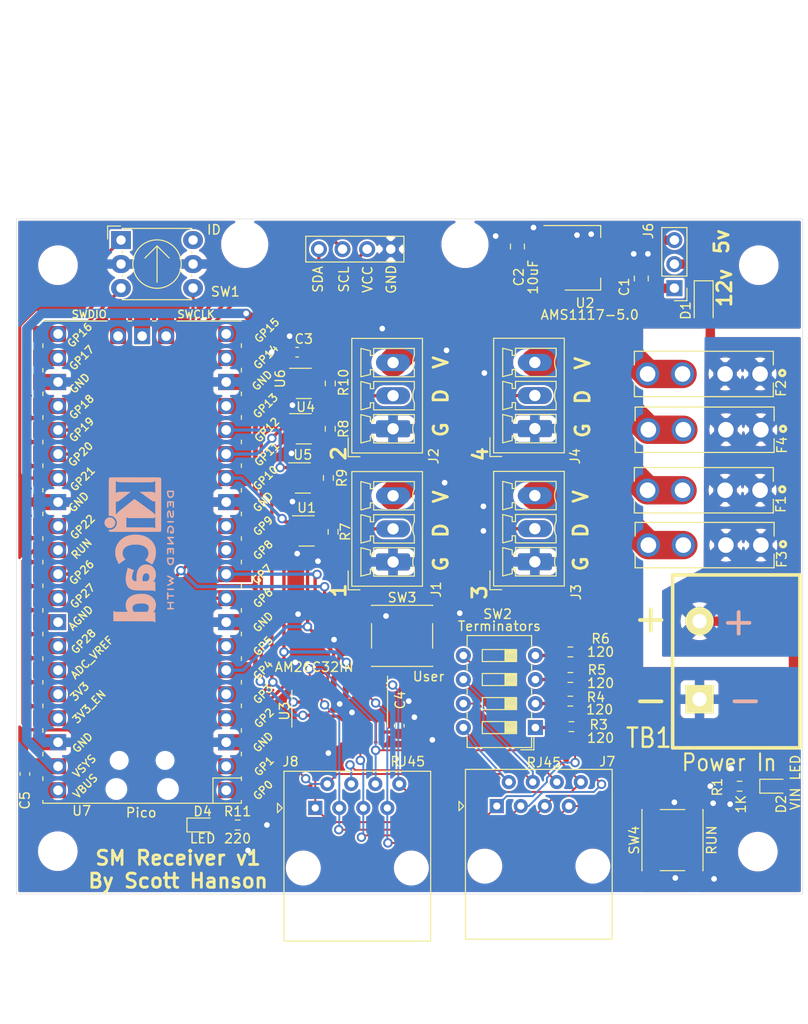
<source format=kicad_pcb>
(kicad_pcb (version 20211014) (generator pcbnew)
  (title_block (title "Receiver Out SMD") (date "2021-08-29") (rev "v1") (company "Scott Hanson"))
  (layers (0 "F.Cu" signal) (31 "B.Cu" signal) (34 "B.Paste" user) (35 "F.Paste" user) (36 "B.SilkS" user "B.Silkscreen") (37 "F.SilkS" user "F.Silkscreen") (38 "B.Mask" user) (39 "F.Mask" user) (44 "Edge.Cuts" user))
  (net 0 "")
  (net 1 "GND")
  (net 2 "+5V")
  (net 3 "VIN1")
  (net 4 "OUT20")
  (net 5 "OUT19")
  (net 6 "OUT18")
  (net 7 "OUT17")
  (net 8 "Net-(D2-Pad1)")
  (net 9 "/Outputs/VOUT1")
  (net 10 "/Outputs/VOUT2")
  (net 11 "/Outputs/VOUT3")
  (net 12 "/Outputs/VOUT4")
  (net 13 "/Outputs/DOUT1")
  (net 14 "/Outputs/DOUT2")
  (net 15 "/Outputs/DOUT3")
  (net 16 "/Outputs/DOUT4")
  (net 17 "/PWR")
  (net 18 "Serial1_P")
  (net 19 "Serial1_N")
  (net 20 "Serial2_P")
  (net 21 "Serial3_N")
  (net 22 "Serial3_P")
  (net 23 "Serial2_N")
  (net 24 "Serial4_P")
  (net 25 "Serial4_N")
  (net 26 "Net-(R7-Pad2)")
  (net 27 "Net-(R8-Pad2)")
  (net 28 "Net-(R9-Pad2)")
  (net 29 "Net-(R10-Pad2)")
  (net 30 "/VIN")
  (net 39 "EN1")
  (net 40 "EN2")
  (net 41 "EN3")
  (net 42 "EN4")
  (net 43 "+3V3")
  (net 44 "Net-(J5-Pad2)")
  (net 45 "Net-(J5-Pad1)")
  (net 46 "Net-(SW1-Pad1)")
  (net 47 "Net-(SW1-Pad2)")
  (net 48 "Net-(SW1-Pad4)")
  (net 49 "Net-(D4-Pad1)")
  (net 61 "Net-(R3-Pad1)")
  (net 62 "Net-(R4-Pad1)")
  (net 63 "Net-(R5-Pad1)")
  (net 64 "Net-(R6-Pad1)")
  (net 65 "Net-(D4-Pad2)")
  (net 66 "Net-(U7-Pad10)")
  (net 67 "Net-(U7-Pad30)")
  (footprint "Connector_Phoenix_MC:PhoenixContact_MCV_1,5_3-G-3.5_1x03_P3.50mm_Vertical" (layer "F.Cu") (at 84.7435 104.0178 90)
    (fp_text reference "J2")
    (fp_text value "String2")
  )
  (footprint "Connector_Phoenix_MC:PhoenixContact_MCV_1,5_3-G-3.5_1x03_P3.50mm_Vertical" (layer "F.Cu") (at 99.7435 104.0003 90)
    (fp_text reference "J4")
    (fp_text value "String4")
  )
  (footprint "Connector_Phoenix_MC:PhoenixContact_MCV_1,5_3-G-3.5_1x03_P3.50mm_Vertical" (layer "F.Cu") (at 99.7435 118.0828 90)
    (fp_text reference "J3")
    (fp_text value "String3")
  )
  (footprint "Connector_Phoenix_MC:PhoenixContact_MCV_1,5_3-G-3.5_1x03_P3.50mm_Vertical" (layer "F.Cu") (at 84.7435 118.1003 90)
    (fp_text reference "J1")
    (fp_text value "String1")
  )
  (footprint "Barrier_Blocks:BARRIER_BLOCK_1ROW_2POS" (layer "F.Cu") (at 121.051 128.6178 90)
    (fp_text reference "TB1")
    (fp_text value "Power In")
  )
  (footprint "Keystone_Fuse:FUSE_3544-2" (layer "F.Cu") (at 117.61779 98.2178 180)
    (fp_text reference "F2")
    (fp_text value "3544-2")
  )
  (footprint "Keystone_Fuse:FUSE_3544-2" (layer "F.Cu") (at 117.701 104.1178 180)
    (fp_text reference "F4")
    (fp_text value "3544-2")
  )
  (footprint "Keystone_Fuse:FUSE_3544-2" (layer "F.Cu") (at 117.61779 110.5178 180)
    (fp_text reference "F1")
    (fp_text value "3544-2")
  )
  (footprint "Keystone_Fuse:FUSE_3544-2" (layer "F.Cu") (at 117.701 116.3178 180)
    (fp_text reference "F3")
    (fp_text value "3544-2")
  )
  (footprint "Capacitor_SMD:C_0805_2012Metric_Pad1.18x1.45mm_HandSolder" (layer "F.Cu") (at 111.001 88.1178 90)
    (fp_text reference "C1")
    (fp_text value "10uF")
  )
  (footprint "Connector_PinHeader_2.54mm:PinHeader_1x03_P2.54mm_Vertical" (layer "F.Cu") (at 114.501 89.1428 180)
    (fp_text reference "J6")
    (fp_text value "VIN_Voltage")
  )
  (footprint "Capacitor_SMD:C_0805_2012Metric_Pad1.18x1.45mm_HandSolder" (layer "F.Cu") (at 97.901 84.7328 90)
    (fp_text reference "C2")
    (fp_text value "10uF")
  )
  (footprint "Resistor_SMD:R_0603_1608Metric_Pad0.98x0.95mm_HandSolder" (layer "F.Cu") (at 121.401 141.8178)
    (fp_text reference "R1")
    (fp_text value "1K")
  )
  (footprint "LED_SMD:LED_0603_1608Metric_Pad1.05x0.95mm_HandSolder" (layer "F.Cu") (at 125.201 141.8178)
    (fp_text reference "D2")
    (fp_text value "VIN LED")
  )
  (footprint "Connector_RJ:RJ45_Amphenol_54602-x08_Horizontal" (layer "F.Cu") (at 95.7185 143.9178)
    (fp_text reference "J7")
    (fp_text value "RJ45")
  )
  (footprint "Resistor_SMD:R_0603_1608Metric_Pad0.98x0.95mm_HandSolder" (layer "F.Cu") (at 103.6135 135.5178)
    (fp_text reference "R3")
    (fp_text value "120")
  )
  (footprint "Resistor_SMD:R_0603_1608Metric_Pad0.98x0.95mm_HandSolder" (layer "F.Cu") (at 103.501 132.8178)
    (fp_text reference "R4")
    (fp_text value "120")
  )
  (footprint "Resistor_SMD:R_0603_1608Metric_Pad0.98x0.95mm_HandSolder" (layer "F.Cu") (at 103.501 130.3178)
    (fp_text reference "R5")
    (fp_text value "120")
  )
  (footprint "Resistor_SMD:R_0603_1608Metric_Pad0.98x0.95mm_HandSolder" (layer "F.Cu") (at 103.501 127.6178)
    (fp_text reference "R6")
    (fp_text value "120")
  )
  (footprint "Package_SO:SOIC-16_3.9x9.9mm_P1.27mm" (layer "F.Cu") (at 79.101 133.6178 -90)
    (fp_text reference "U3")
    (fp_text value "AM26C32IN")
  )
  (footprint "Capacitor_SMD:C_0603_1608Metric_Pad1.08x0.95mm_HandSolder" (layer "F.Cu") (at 74.601 95.9178 180)
    (fp_text reference "C3")
    (fp_text value "0.1uF")
  )
  (footprint "Diode_SMD:D_SOD-123" (layer "F.Cu") (at 117.601 90.6178 -90)
    (fp_text reference "D1")
    (fp_text value "B5819W")
  )
  (footprint "Resistor_SMD:R_0603_1608Metric_Pad0.98x0.95mm_HandSolder" (layer "F.Cu") (at 78.401 114.9178 -90)
    (fp_text reference "R7")
    (fp_text value "33ohm")
  )
  (footprint "Resistor_SMD:R_0603_1608Metric_Pad0.98x0.95mm_HandSolder" (layer "F.Cu") (at 78.101 104.0178 -90)
    (fp_text reference "R8")
    (fp_text value "33ohm")
  )
  (footprint "Resistor_SMD:R_0603_1608Metric_Pad0.98x0.95mm_HandSolder" (layer "F.Cu") (at 78.101 99.2178 -90)
    (fp_text reference "R10")
    (fp_text value "33ohm")
  )
  (footprint "Package_TO_SOT_SMD:SOT-223-3_TabPin2" (layer "F.Cu") (at 104.801 85.9328)
    (fp_text reference "U2")
    (fp_text value "AMS1117-5.0")
  )
  (footprint "Package_SO:TSOP-5_1.65x3.05mm_P0.95mm" (layer "F.Cu") (at 75.601 114.8178)
    (fp_text reference "U1")
    (fp_text value "74AHCT1G125")
  )
  (footprint "Capacitor_SMD:C_0603_1608Metric_Pad1.08x0.95mm_HandSolder" (layer "F.Cu") (at 85.401 135.4178 90)
    (fp_text reference "C4")
    (fp_text value "0.1uF")
  )
  (footprint "Resistor_SMD:R_0603_1608Metric_Pad0.98x0.95mm_HandSolder" (layer "F.Cu") (at 77.901 109.2178 -90)
    (fp_text reference "R9")
    (fp_text value "33ohm")
  )
  (footprint "Connector_RJ:RJ45_Amphenol_54602-x08_Horizontal" (layer "F.Cu") (at 76.5185 144.1178)
    (fp_text reference "J8")
    (fp_text value "RJ45")
  )
  (footprint "OLED-SSD1306-128X64-I2C:OLED-SSD1306-128X64-I2C-THT" (layer "F.Cu") (at 80.701 85.0178 180)
    (fp_text reference "J5" hide)
    (fp_text value "OLED")
  )
  (footprint "MountingHole:MountingHole_3.7mm" (layer "F.Cu") (at 49.271 86.7958)
    (fp_text reference "H3")
    (fp_text value "MountingHole")
  )
  (footprint "MCU_RaspberryPi_and_Boards:RPi_Pico_SMD_TH" (layer "F.Cu") (at 58.201 118.1178 180)
    (fp_text reference "U7")
    (fp_text value "Pico")
  )
  (footprint "Button_Switch_SMD:SW_Push_1P1T_NO_6x6mm_H9.5mm" (layer "F.Cu") (at 114.301 147.5178 90)
    (fp_text reference "SW4")
    (fp_text value "RUN")
  )
  (footprint "Button_Switch_SMD:SW_Push_1P1T_NO_6x6mm_H9.5mm" (layer "F.Cu") (at 85.701 125.9178)
    (fp_text reference "SW3")
    (fp_text value "User")
  )
  (footprint "MountingHole:MountingHole_3.7mm" (layer "F.Cu") (at 123.501 86.6958)
    (fp_text reference "H4")
    (fp_text value "MountingHole")
  )
  (footprint "Package_SO:TSOP-5_1.65x3.05mm_P0.95mm" (layer "F.Cu") (at 75.201 109.2178)
    (fp_text reference "U5")
    (fp_text value "74AHCT1G125")
  )
  (footprint "LED_SMD:LED_0603_1608Metric_Pad1.05x0.95mm_HandSolder" (layer "F.Cu") (at 64.601 145.9178)
    (fp_text reference "D4")
    (fp_text value "LED")
  )
  (footprint "MountingHole:MountingHole_3.7mm" (layer "F.Cu") (at 123.301 148.7178)
    (fp_text reference "H2")
    (fp_text value "MountingHole")
  )
  (footprint "Resistor_SMD:R_0603_1608Metric_Pad0.98x0.95mm_HandSolder" (layer "F.Cu") (at 68.301 145.9178)
    (fp_text reference "R11")
    (fp_text value "220")
  )
  (footprint "Button_Switch_THT:Nidec_Copal_SH-7010C" (layer "F.Cu") (at 55.9685 84.0553)
    (fp_text reference "SW1")
    (fp_text value "ID")
  )
  (footprint "MountingHole:MountingHole_3.7mm" (layer "F.Cu") (at 49.301 148.7178)
    (fp_text reference "H1")
    (fp_text value "MountingHole")
  )
  (footprint "Package_SO:TSOP-5_1.65x3.05mm_P0.95mm" (layer "F.Cu") (at 75.301 99.2178)
    (fp_text reference "U6")
    (fp_text value "74AHCT1G125")
  )
  (footprint "Capacitor_SMD:C_0603_1608Metric_Pad1.08x0.95mm_HandSolder" (layer "F.Cu") (at 45.801 140.5178 -90)
    (fp_text reference "C5")
    (fp_text value "0.1uF")
  )
  (footprint "Package_SO:TSOP-5_1.65x3.05mm_P0.95mm" (layer "F.Cu") (at 75.301 104.0178)
    (fp_text reference "U4")
    (fp_text value "74AHCT1G125")
  )
  (footprint "Button_Switch_THT:SW_DIP_SPSTx04_Slide_6.7x11.72mm_W7.62mm_P2.54mm_LowProfile" (layer "F.Cu") (at 99.801 135.6178 180)
    (fp_text reference "SW2")
    (fp_text value "Terminators")
  )
  (footprint "Symbol:KiCad-Logo2_6mm_SilkScreen" (layer "B.Cu") (at 57.201 116.8178 -90)
    (fp_text reference "REF**" hide)
    (fp_text value "KiCad-Logo2_6mm_SilkScreen" hide)
  )
  (gr_line (start 44.901 81.8178) (end 128.076 81.8178) (layer "Edge.Cuts") (width 0.05))
  (gr_line (start 128.076 153.2178) (end 128.076 81.8178) (layer "Edge.Cuts") (width 0.05))
  (gr_line (start 128.076 153.2178) (end 44.901 153.2178) (layer "Edge.Cuts") (width 0.05))
  (gr_line (start 44.901 81.8178) (end 44.901 153.2178) (layer "Edge.Cuts") (width 0.05))
  (gr_text "+" (at 121.301 124.3178) (layer "B.SilkS") (effects (font (size 3 3) (thickness 0.4))))
  (gr_text "-" (at 122.001 132.6178) (layer "B.SilkS") (effects (font (size 3 3) (thickness 0.4))))
  (gr_text "V" (at 104.801 97.0883 90) (layer "F.SilkS") (effects (font (size 1.5 1.5) (thickness 0.3))))
  (gr_text "D" (at 104.801 100.6443 90) (layer "F.SilkS") (effects (font (size 1.5 1.5) (thickness 0.3))))
  (gr_text "V" (at 89.801 111.2058 90) (layer "F.SilkS") (effects (font (size 1.5 1.5) (thickness 0.3))))
  (gr_text "G" (at 104.601 118.3003 90) (layer "F.SilkS") (effects (font (size 1.5 1.5) (thickness 0.3))))
  (gr_text "G" (at 89.801 104.1178 90) (layer "F.SilkS") (effects (font (size 1.5 1.5) (thickness 0.3))))
  (gr_text "-" (at 112.001 132.6178) (layer "F.SilkS") (effects (font (size 3 3) (thickness 0.4))))
  (gr_text "V" (at 104.601 111.1883 90) (layer "F.SilkS") (effects (font (size 1.5 1.5) (thickness 0.3))))
  (gr_text "3" (at 93.901 121.3178 90) (layer "F.SilkS") (effects (font (size 1.5 1.5) (thickness 0.3))))
  (gr_text "G" (at 89.801 118.3178 90) (layer "F.SilkS") (effects (font (size 1.5 1.5) (thickness 0.3))))
  (gr_text "1" (at 79.001 121.1178 90) (layer "F.SilkS") (effects (font (size 1.5 1.5) (thickness 0.3))))
  (gr_text "G" (at 104.801 104.2003 90) (layer "F.SilkS") (effects (font (size 1.5 1.5) (thickness 0.3))))
  (gr_text "V" (at 89.801 97.0058 90) (layer "F.SilkS") (effects (font (size 1.5 1.5) (thickness 0.3))))
  (gr_text "D" (at 89.801 100.5618 90) (layer "F.SilkS") (effects (font (size 1.5 1.5) (thickness 0.3))))
  (gr_text "D" (at 89.801 114.7618 90) (layer "F.SilkS") (effects (font (size 1.5 1.5) (thickness 0.3))))
  (gr_text "D" (at 104.601 114.7443 90) (layer "F.SilkS") (effects (font (size 1.5 1.5) (thickness 0.3))))
  (gr_text "+" (at 112.001 124.0178) (layer "F.SilkS") (effects (font (size 3 3) (thickness 0.4))))
  (gr_text "4" (at 94.001 106.7178 90) (layer "F.SilkS") (effects (font (size 1.5 1.5) (thickness 0.3))))
  (gr_text "SM Receiver v1\nBy Scott Hanson" (at 62.001 150.6178) (layer "F.SilkS") (effects (font (size 1.5 1.5) (thickness 0.3))))
  (gr_text "VCC" (at 82.051 88.2178 90) (layer "F.SilkS") (effects (font (size 1 1))))
  (gr_text "GND" (at 84.551 88.2178 90) (layer "F.SilkS") (effects (font (size 1 1))))
  (gr_text "2" (at 79.001 106.6178 90) (layer "F.SilkS") (effects (font (size 1.5 1.5) (thickness 0.3))))
  (gr_text "12v" (at 119.801 89.1178 90) (layer "F.SilkS") (effects (font (size 1.5 1.5) (thickness 0.3))))
  (gr_text "SDA" (at 76.801 88.2178 90) (layer "F.SilkS") (effects (font (size 1 1))))
  (gr_text "SCL" (at 79.551 88.2178 90) (layer "F.SilkS") (effects (font (size 1 1))))
  (gr_text "5v" (at 119.501 84.2178 90) (layer "F.SilkS") (effects (font (size 1.5 1.5) (thickness 0.3))))
  (via (at 94.401 98.1178) (size 1) (drill 0.6) (layers "F.Cu" "B.Cu") (net 1))
  (via (at 71.401 145.9178) (size 1) (drill 0.6) (layers "F.Cu" "B.Cu") (net 1))
  (via (at 74.601 117.2178) (size 1) (drill 0.6) (layers "F.Cu" "B.Cu") (net 1))
  (via (at 80.401 134.0178) (size 1) (drill 0.6) (layers "F.Cu" "B.Cu") (net 1))
  (via (at 74.701 123.6178) (size 1) (drill 0.6) (layers "F.Cu" "B.Cu") (net 1))
  (via (at 69.401 148.6178) (size 1) (drill 0.6) (layers "F.Cu" "B.Cu") (net 1))
  (via (at 77.901 138.312491) (size 1) (drill 0.6) (layers "F.Cu" "B.Cu") (net 1))
  (via (at 79.101 133.1178) (size 1) (drill 0.6) (layers "F.Cu" "B.Cu") (net 1))
  (via (at 74.001 106.6178) (size 1) (drill 0.6) (layers "F.Cu" "B.Cu") (net 1))
  (via (at 74.101 111.7178) (size 1) (drill 0.6) (layers "F.Cu" "B.Cu") (net 1))
  (via (at 104.201 83.5328) (size 1) (drill 0.6) (layers "F.Cu" "B.Cu") (net 1))
  (via (at 105.701 83.4328) (size 1) (drill 0.6) (layers "F.Cu" "B.Cu") (net 1))
  (via (at 114.601 151.5178) (size 1) (drill 0.6) (layers "F.Cu" "B.Cu") (net 1))
  (via (at 118.701 151.6178) (size 1) (drill 0.6) (layers "F.Cu" "B.Cu") (net 1))
  (via (at 120.401 143.7178) (size 1) (drill 0.6) (layers "F.Cu" "B.Cu") (net 1))
  (via (at 73.801 94.2178) (size 1) (drill 0.6) (layers "F.Cu" "B.Cu") (net 1))
  (via (at 71.901 95.9178) (size 1) (drill 0.6) (layers "F.Cu" "B.Cu") (net 1))
  (via (at 99.601 82.7328) (size 1) (drill 0.6) (layers "F.Cu" "B.Cu") (net 1))
  (via (at 90.401 95.7178) (size 1) (drill 0.6) (layers "F.Cu" "B.Cu") (net 1))
  (via (at 95.601 83.6328) (size 1) (drill 0.6) (layers "F.Cu" "B.Cu") (net 1))
  (via (at 120.501 139.9178) (size 1) (drill 0.6) (layers "F.Cu" "B.Cu") (net 1))
  (via (at 87.001 134.5178) (size 1) (drill 0.6) (layers "F.Cu" "B.Cu") (net 1))
  (via (at 118.301 141.8178) (size 1) (drill 0.6) (layers "F.Cu" "B.Cu") (net 1))
  (via (at 74.401 128.7178) (size 1) (drill 0.6) (layers "F.Cu" "B.Cu") (net 1))
  (via (at 78.501 126.3178) (size 1) (drill 0.6) (layers "F.Cu" "B.Cu") (net 1))
  (via (at 84.001 123.8178) (size 1) (drill 0.6) (layers "F.Cu" "B.Cu") (net 1))
  (via (at 86.401 132.8178) (size 1) (drill 0.6) (layers "F.Cu" "B.Cu") (net 1))
  (via (at 110.201 85.5178) (size 1) (drill 0.6) (layers "F.Cu" "B.Cu") (net 1))
  (via (at 91.801 123.5178) (size 1) (drill 0.6) (layers "F.Cu" "B.Cu") (net 1))
  (via (at 94.301 114.8178) (size 1) (drill 0.6) (layers "F.Cu" "B.Cu") (net 1))
  (via (at 114.501 143.5178) (size 1) (drill 0.6) (layers "F.Cu" "B.Cu") (net 1))
  (via (at 94.301 112.2178) (size 1) (drill 0.6) (layers "F.Cu" "B.Cu") (net 1))
  (via (at 111.701 85.5178) (size 1) (drill 0.6) (layers "F.Cu" "B.Cu") (net 1))
  (via (at 76.801 118.0178) (size 1) (drill 0.6) (layers "F.Cu" "B.Cu") (net 1))
  (via (at 118.601 143.6178) (size 1) (drill 0.6) (layers "F.Cu" "B.Cu") (net 1))
  (via (at 90.201 109.7178) (size 1) (drill 0.6) (layers "F.Cu" "B.Cu") (net 1))
  (via (at 83.601 93.4178) (size 1) (drill 0.6) (layers "F.Cu" "B.Cu") (net 1))
  (via (at 74.101 101.5178) (size 1) (drill 0.6) (layers "F.Cu" "B.Cu") (net 1))
  (via (at 88.901 136.9178) (size 1) (drill 0.6) (layers "F.Cu" "B.Cu") (net 1))
  (segment (start 76.761 113.1128) (end 76.761 113.8678) (width 0.5) (layer "F.Cu") (net 2))
  (segment (start 109.821 84.0628) (end 107.951 85.9328) (width 1) (layer "F.Cu") (net 2))
  (segment (start 97.901 85.7703) (end 95.3535 88.3178) (width 1) (layer "F.Cu") (net 2))
  (segment (start 76.361 108.2678) (end 75.201 109.4278) (width 0.5) (layer "F.Cu") (net 2))
  (segment (start 75.401 100.9178) (end 76.461 101.9778) (width 0.5) (layer "F.Cu") (net 2))
  (segment (start 76.461 101.9778) (end 76.461 103.0678) (width 0.5) (layer "F.Cu") (net 2))
  (segment (start 75.601 103.9278) (end 75.601 107.5078) (width 0.5) (layer "F.Cu") (net 2))
  (segment (start 107.951 85.9328) (end 101.651 85.9328) (width 1) (layer "F.Cu") (net 2))
  (segment (start 75.4635 95.9178) (end 75.4635 97.2703) (width 0.5) (layer "F.Cu") (net 2))
  (segment (start 75.201 111.5528) (end 76.761 113.1128) (width 0.5) (layer "F.Cu") (net 2))
  (segment (start 79.13225 92.24905) (end 75.4635 95.9178) (width 1) (layer "F.Cu") (net 2))
  (segment (start 76.461 98.2678) (end 75.401 99.3278) (width 0.5) (layer "F.Cu") (net 2))
  (segment (start 49.311 139.7078) (end 45.8535 139.7078) (width 0.5) (layer "F.Cu") (net 2))
  (segment (start 75.4635 97.2703) (end 76.461 98.2678) (width 0.5) (layer "F.Cu") (net 2))
  (segment (start 79.13225 92.24905) (end 69.63225 92.24905) (width 1) (layer "F.Cu") (net 2))
  (segment (start 75.601 107.5078) (end 76.361 108.2678) (width 0.5) (layer "F.Cu") (net 2))
  (segment (start 95.3535 88.3178) (end 83.0635 88.3178) (width 1) (layer "F.Cu") (net 2))
  (segment (start 75.401 99.3278) (end 75.401 100.9178) (width 0.5) (layer "F.Cu") (net 2))
  (segment (start 101.651 85.9328) (end 98.0635 85.9328) (width 1) (layer "F.Cu") (net 2))
  (segment (start 45.8535 139.7078) (end 45.801 139.6553) (width 0.5) (layer "F.Cu") (net 2))
  (segment (start 114.501 84.0628) (end 109.821 84.0628) (width 1) (layer "F.Cu") (net 2))
  (segment (start 76.461 103.0678) (end 75.601 103.9278) (width 0.5) (layer "F.Cu") (net 2))
  (segment (start 69.63225 92.24905) (end 69.201 91.8178) (width 1) (layer "F.Cu") (net 2))
  (segment (start 83.0635 88.3178) (end 79.13225 92.24905) (width 1) (layer "F.Cu") (net 2))
  (segment (start 75.201 109.4278) (end 75.201 111.5528) (width 0.5) (layer "F.Cu") (net 2))
  (via (at 69.201 91.8178) (size 1) (drill 0.6) (layers "F.Cu" "B.Cu") (net 2))
  (segment (start 46.001 136.956822) (end 48.751978 139.7078) (width 1) (layer "B.Cu") (net 2))
  (segment (start 69.201 91.8178) (end 47.601 91.8178) (width 1) (layer "B.Cu") (net 2))
  (segment (start 47.601 91.8178) (end 46.001 93.4178) (width 1) (layer "B.Cu") (net 2))
  (segment (start 46.001 93.4178) (end 46.001 136.956822) (width 1) (layer "B.Cu") (net 2))
  (segment (start 48.751978 139.7078) (end 49.311 139.7078) (width 1) (layer "B.Cu") (net 2))
  (segment (start 124.601 124.3178) (end 124.55296 124.36584) (width 1) (layer "F.Cu") (net 3))
  (segment (start 127.101 140.7928) (end 127.101 126.7178) (width 1) (layer "F.Cu") (net 3))
  (segment (start 126.076 141.8178) (end 127.101 140.7928) (width 1) (layer "F.Cu") (net 3))
  (segment (start 127.101 126.7178) (end 124.701 124.3178) (width 1) (layer "F.Cu") (net 3))
  (segment (start 118.301 96.65101) (end 119.86779 98.2178) (width 1) (layer "F.Cu") (net 3))
  (segment (start 124.55296 124.36584) (end 117.1648 124.36584) (width 1) (layer "F.Cu") (net 3))
  (segment (start 118.301 92.9678) (end 118.301 96.65101) (width 1) (layer "F.Cu") (net 3))
  (segment (start 117.601 92.2678) (end 118.301 92.9678) (width 1) (layer "F.Cu") (net 3))
  (segment (start 124.701 124.3178) (end 124.601 124.3178) (width 1) (layer "F.Cu") (net 3))
  (segment (start 77.196 136.0928) (end 77.196 135.646017) (width 0.35) (layer "F.Cu") (net 4))
  (segment (start 67.091 127.0078) (end 70.211 127.0078) (width 0.35) (layer "F.Cu") (net 4))
  (segment (start 70.801 127.0178) (end 70.791 127.0078) (width 0.35) (layer "F.Cu") (net 4))
  (segment (start 73.001 99.2178) (end 70.801 101.4178) (width 0.35) (layer "F.Cu") (net 4))
  (segment (start 70.801 101.4178) (end 70.801 127.0078) (width 0.35) (layer "F.Cu") (net 4))
  (segment (start 77.196 135.646017) (end 75.867783 134.3178) (width 0.35) (layer "F.Cu") (net 4))
  (segment (start 70.791 127.0078) (end 70.211 127.0078) (width 0.35) (layer "F.Cu") (net 4))
  (segment (start 70.801 130.6178) (end 70.801 127.0178) (width 0.35) (layer "F.Cu") (net 4))
  (segment (start 70.801 127.0078) (end 70.211 127.0078) (width 0.35) (layer "F.Cu") (net 4))
  (segment (start 75.867783 134.3178) (end 75.201 134.3178) (width 0.35) (layer "F.Cu") (net 4))
  (segment (start 74.141 99.2178) (end 73.001 99.2178) (width 0.35) (layer "F.Cu") (net 4))
  (via (at 75.201 134.3178) (size 1) (drill 0.6) (layers "F.Cu" "B.Cu") (net 4))
  (via (at 70.701 130.7178) (size 1) (drill 0.6) (layers "F.Cu" "B.Cu") (net 4))
  (segment (start 75.201 134.3178) (end 74.301 134.3178) (width 0.35) (layer "B.Cu") (net 4))
  (segment (start 74.301 134.3178) (end 70.701 130.7178) (width 0.35) (layer "B.Cu") (net 4))
  (segment (start 74.041 109.2178) (end 73.341 109.2178) (width 0.35) (layer "F.Cu") (net 5))
  (segment (start 78.466 127.7083) (end 78.466 131.1428) (width 0.35) (layer "F.Cu") (net 5))
  (segment (start 75.701 124.9433) (end 78.466 127.7083) (width 0.35) (layer "F.Cu") (net 5))
  (segment (start 73.341 109.2178) (end 73.101 109.4578) (width 0.35) (layer "F.Cu") (net 5))
  (segment (start 75.701 113.4178) (end 75.701 124.9433) (width 0.35) (layer "F.Cu") (net 5))
  (segment (start 73.901 112.9178) (end 75.201 112.9178) (width 0.35) (layer "F.Cu") (net 5))
  (segment (start 73.101 112.1178) (end 73.901 112.9178) (width 0.35) (layer "F.Cu") (net 5))
  (segment (start 75.201 112.9178) (end 75.701 113.4178) (width 0.35) (layer "F.Cu") (net 5))
  (segment (start 73.101 109.4578) (end 73.101 112.1178) (width 0.35) (layer "F.Cu") (net 5))
  (via (at 75.701 124.9433) (size 1) (drill 0.6) (layers "F.Cu" "B.Cu") (net 5))
  (segment (start 68.871 129.5478) (end 73.4755 124.9433) (width 0.35) (layer "B.Cu") (net 5))
  (segment (start 67.091 129.5478) (end 68.871 129.5478) (width 0.35) (layer "B.Cu") (net 5))
  (segment (start 73.4755 124.9433) (end 75.701 124.9433) (width 0.35) (layer "B.Cu") (net 5))
  (segment (start 73.774462 104.0178) (end 73.001 104.791262) (width 0.35) (layer "F.Cu") (net 6))
  (segment (start 75.701 132.9178) (end 77.201 134.4178) (width 0.35) (layer "F.Cu") (net 6))
  (segment (start 79.004391 134.4178) (end 79.736 135.149409) (width 0.35) (layer "F.Cu") (net 6))
  (segment (start 74.201 132.9178) (end 75.701 132.9178) (width 0.35) (layer "F.Cu") (net 6))
  (segment (start 73.001 104.791262) (end 73.001 105.5178) (width 0.35) (layer "F.Cu") (net 6))
  (segment (start 71.926499 130.706569) (end 72.032115 130.812185) (width 0.35) (layer "F.Cu") (net 6))
  (segment (start 71.926499 106.592301) (end 71.926499 130.706569) (width 0.35) (layer "F.Cu") (net 6))
  (segment (start 70.7565 132.0878) (end 72.032115 130.812185) (width 0.35) (layer "F.Cu") (net 6))
  (segment (start 74.141 104.0178) (end 73.774462 104.0178) (width 0.35) (layer "F.Cu") (net 6))
  (segment (start 79.736 135.149409) (end 79.736 136.0928) (width 0.35) (layer "F.Cu") (net 6))
  (segment (start 67.091 132.0878) (end 70.7565 132.0878) (width 0.35) (layer "F.Cu") (net 6))
  (segment (start 73.001 105.5178) (end 71.926499 106.592301) (width 0.35) (layer "F.Cu") (net 6))
  (segment (start 77.201 134.4178) (end 79.004391 134.4178) (width 0.35) (layer "F.Cu") (net 6))
  (via (at 72.032115 130.812185) (size 1) (drill 0.6) (layers "F.Cu" "B.Cu") (net 6))
  (via (at 74.201 132.9178) (size 1) (drill 0.6) (layers "F.Cu" "B.Cu") (net 6))
  (segment (start 72.095385 130.812185) (end 74.201 132.9178) (width 0.35) (layer "B.Cu") (net 6))
  (segment (start 72.032115 130.812185) (end 72.095385 130.812185) (width 0.35) (layer "B.Cu") (net 6))
  (segment (start 69.791 134.6278) (end 73.201 131.2178) (width 0.35) (layer "F.Cu") (net 7))
  (segment (start 81.006 129.9228) (end 79.801 128.7178) (width 0.35) (layer "F.Cu") (net 7))
  (segment (start 73.741 114.8178) (end 73.201 115.3578) (width 0.35) (layer "F.Cu") (net 7))
  (segment (start 81.006 131.1428) (end 81.006 129.9228) (width 0.35) (layer "F.Cu") (net 7))
  (segment (start 67.091 134.6278) (end 69.791 134.6278) (width 0.35) (layer "F.Cu") (net 7))
  (segment (start 73.201 115.3578) (end 73.201 127.6178) (width 0.35) (layer "F.Cu") (net 7))
  (segment (start 74.441 114.8178) (end 73.741 114.8178) (width 0.35) (layer "F.Cu") (net 7))
  (segment (start 73.201 131.2178) (end 73.201 127.6178) (width 0.35) (layer "F.Cu") (net 7))
  (via (at 79.801 128.7178) (size 1) (drill 0.6) (layers "F.Cu" "B.Cu") (net 7))
  (via (at 73.201 127.6178) (size 1) (drill 0.6) (layers "F.Cu" "B.Cu") (net 7))
  (segment (start 79.801 128.7178) (end 78.701 127.6178) (width 0.35) (layer "B.Cu") (net 7))
  (segment (start 78.701 127.6178) (end 73.201 127.6178) (width 0.35) (layer "B.Cu") (net 7))
  (segment (start 122.3135 141.8178) (end 124.326 141.8178) (width 0.35) (layer "F.Cu") (net 8))
  (segment (start 111.66779 110.5178) (end 108.06731 106.91732) (width 3) (layer "F.Cu") (net 9))
  (segment (start 115.36779 110.5178) (end 111.66779 110.5178) (width 3) (layer "F.Cu") (net 9))
  (segment (start 88.92648 106.91732) (end 84.7435 111.1003) (width 3) (layer "F.Cu") (net 9))
  (segment (start 108.06731 106.91732) (end 88.92648 106.91732) (width 3) (layer "F.Cu") (net 9))
  (segment (start 106.26779 92.8178) (end 88.9435 92.8178) (width 3) (layer "F.Cu") (net 10))
  (segment (start 88.9435 92.8178) (end 84.7435 97.0178) (width 3) (layer "F.Cu") (net 10))
  (segment (start 115.36779 98.2178) (end 111.66779 98.2178) (width 3) (layer "F.Cu") (net 10))
  (segment (start 111.66779 98.2178) (end 106.26779 92.8178) (width 3) (layer "F.Cu") (net 10))
  (segment (start 106.516 111.0828) (end 99.7435 111.0828) (width 3) (layer "F.Cu") (net 11))
  (segment (start 115.451 116.3178) (end 111.751 116.3178) (width 3) (layer "F.Cu") (net 11))
  (segment (start 111.751 116.3178) (end 106.516 111.0828) (width 3) (layer "F.Cu") (net 11))
  (segment (start 111.751 104.1178) (end 104.6335 97.0003) (width 3) (layer "F.Cu") (net 12))
  (segment (start 104.6335 97.0003) (end 99.7435 97.0003) (width 3) (layer "F.Cu") (net 12))
  (segment (start 115.451 104.1178) (end 111.751 104.1178) (width 3) (layer "F.Cu") (net 12))
  (segment (start 84.7435 114.6003) (end 78.996 114.6003) (width 0.35) (layer "F.Cu") (net 13))
  (segment (start 78.401 114.0053) (end 78.996 114.6003) (width 0.35) (layer "F.Cu") (net 13))
  (segment (start 80.6885 100.5178) (end 78.101 103.1053) (width 0.35) (layer "F.Cu") (net 14))
  (segment (start 84.7435 100.5178) (end 80.6885 100.5178) (width 0.35) (layer "F.Cu") (net 14))
  (segment (start 81.101 110.5178) (end 78.8885 108.3053) (width 0.35) (layer "F.Cu") (net 15))
  (segment (start 81.101 111.4178) (end 81.101 110.5178) (width 0.35) (layer "F.Cu") (net 15))
  (segment (start 94.85802 113.27482) (end 82.95802 113.27482) (width 0.35) (layer "F.Cu") (net 15))
  (segment (start 78.8885 108.3053) (end 77.901 108.3053) (width 0.35) (layer "F.Cu") (net 15))
  (segment (start 99.7435 114.5828) (end 96.166 114.5828) (width 0.35) (layer "F.Cu") (net 15))
  (segment (start 82.95802 113.27482) (end 81.101 111.4178) (width 0.35) (layer "F.Cu") (net 15))
  (segment (start 96.166 114.5828) (end 94.85802 113.27482) (width 0.35) (layer "F.Cu") (net 15))
  (segment (start 79.0135 99.2178) (end 96.301 99.2178) (width 0.35) (layer "F.Cu") (net 16))
  (segment (start 97.5835 100.5003) (end 96.301 99.2178) (width 0.35) (layer "F.Cu") (net 16))
  (segment (start 78.101 98.3053) (end 79.0135 99.2178) (width 0.35) (layer "F.Cu") (net 16))
  (segment (start 99.7435 100.5003) (end 97.5835 100.5003) (width 0.35) (layer "F.Cu") (net 16))
  (segment (start 114.4885 89.1553) (end 114.501 89.1428) (width 1) (layer "F.Cu") (net 17))
  (segment (start 110.8635 89.0178) (end 111.001 89.1553) (width 1) (layer "F.Cu") (net 17))
  (segment (start 104.386 89.0178) (end 110.8635 89.0178) (width 1) (layer "F.Cu") (net 17))
  (segment (start 101.651 88.2328) (end 103.601 88.2328) (width 1) (layer "F.Cu") (net 17))
  (segment (start 111.001 89.1553) (end 114.4885 89.1553) (width 1) (layer "F.Cu") (net 17))
  (segment (start 103.601 88.2328) (end 104.386 89.0178) (width 1) (layer "F.Cu") (net 17))
  (segment (start 78.0185 145.6178) (end 76.5185 144.1178) (width 0.2) (layer "F.Cu") (net 18))
  (segment (start 94.0185 145.6178) (end 78.0185 145.6178) (width 0.2) (layer "F.Cu") (net 18))
  (segment (start 76.5185 138.8353) (end 75.926 138.2428) (width 0.2) (layer "F.Cu") (net 18))
  (segment (start 75.926 138.2428) (end 75.926 136.0928) (width 0.2) (layer "F.Cu") (net 18))
  (segment (start 104.526 135.5178) (end 104.001 136.0428) (width 0.2) (layer "F.Cu") (net 18))
  (segment (start 76.5185 144.1178) (end 76.5185 138.8353) (width 0.2) (layer "F.Cu") (net 18))
  (segment (start 95.7185 143.9178) (end 94.0185 145.6178) (width 0.2) (layer "F.Cu") (net 18))
  (segment (start 104.001 136.0428) (end 104.001 139.3178) (width 0.2) (layer "F.Cu") (net 18))
  (via (at 104.001 139.3178) (size 1) (drill 0.6) (layers "F.Cu" "B.Cu") (net 18))
  (segment (start 95.7185 143.9178) (end 96.768011 142.868289) (width 0.2) (layer "B.Cu") (net 18))
  (segment (start 101.018989 140.943077) (end 102.644266 139.3178) (width 0.2) (layer "B.Cu") (net 18))
  (segment (start 96.768011 142.868289) (end 99.522245 142.868289) (width 0.2) (layer "B.Cu") (net 18))
  (segment (start 102.644266 139.3178) (end 104.001 139.3178) (width 0.2) (layer "B.Cu") (net 18))
  (segment (start 99.522245 142.868289) (end 101.018989 141.371545) (width 0.2) (layer "B.Cu") (net 18))
  (segment (start 101.018989 141.371545) (end 101.018989 140.943077) (width 0.2) (layer "B.Cu") (net 18))
  (segment (start 74.656 140.1728) (end 75.501 141.0178) (width 0.2) (layer "F.Cu") (net 19))
  (segment (start 78.838011 140.528289) (end 77.7885 141.5778) (width 0.2) (layer "F.Cu") (net 19))
  (segment (start 74.656 136.0928) (end 74.656 140.1728) (width 0.2) (layer "F.Cu") (net 19))
  (segment (start 96.9885 141.3778) (end 96.138989 140.528289) (width 0.2) (layer "F.Cu") (net 19))
  (segment (start 96.138989 140.528289) (end 78.838011 140.528289) (width 0.2) (layer "F.Cu") (net 19))
  (via (at 75.501 141.0178) (size 1) (drill 0.6) (layers "F.Cu" "B.Cu") (net 19))
  (segment (start 92.181 135.6178) (end 93.901 138.0178) (width 0.2) (layer "B.Cu") (net 19))
  (segment (start 76.061 141.5778) (end 75.501 141.0178) (width 0.2) (layer "B.Cu") (net 19))
  (segment (start 93.901 138.0178) (end 96.9885 141.3778) (width 0.2) (layer "B.Cu") (net 19))
  (segment (start 77.7885 141.5778) (end 76.061 141.5778) (width 0.2) (layer "B.Cu") (net 19))
  (segment (start 95.7585 146.4178) (end 79.001 146.4178) (width 0.2) (layer "F.Cu") (net 20))
  (segment (start 104.4135 132.8178) (end 105.31302 133.71732) (width 0.2) (layer "F.Cu") (net 20))
  (segment (start 77.196 131.1428) (end 77.196 132.9128) (width 0.2) (layer "F.Cu") (net 20))
  (segment (start 105.31302 133.71732) (end 105.31302 140.12982) (width 0.2) (layer "F.Cu") (net 20))
  (segment (start 98.2585 143.9178) (end 95.7585 146.4178) (width 0.2) (layer "F.Cu") (net 20))
  (segment (start 105.31302 140.12982) (end 106.801 141.6178) (width 0.2) (layer "F.Cu") (net 20))
  (segment (start 77.196 132.9128) (end 77.501 133.2178) (width 0.2) (layer "F.Cu") (net 20))
  (via (at 77.501 133.2178) (size 1) (drill 0.6) (layers "F.Cu" "B.Cu") (net 20))
  (via (at 106.801 141.6178) (size 1) (drill 0.6) (layers "F.Cu" "B.Cu") (net 20))
  (via (at 79.001 146.4178) (size 1) (drill 0.6) (layers "F.Cu" "B.Cu") (net 20))
  (segment (start 79.0585 146.3603) (end 79.0585 144.1178) (width 0.2) (layer "B.Cu") (net 20))
  (segment (start 99.101 143.9178) (end 98.2585 143.9178) (width 0.2) (layer "B.Cu") (net 20))
  (segment (start 79.0585 134.7753) (end 77.501 133.2178) (width 0.2) (layer "B.Cu") (net 20))
  (segment (start 106.801 141.6178) (end 105.991489 142.427311) (width 0.2) (layer "B.Cu") (net 20))
  (segment (start 100.591489 142.427311) (end 99.101 143.9178) (width 0.2) (layer "B.Cu") (net 20))
  (segment (start 79.0585 144.1178) (end 79.0585 134.7753) (width 0.2) (layer "B.Cu") (net 20))
  (segment (start 105.991489 142.427311) (end 100.591489 142.427311) (width 0.2) (layer "B.Cu") (net 20))
  (segment (start 79.001 146.4178) (end 79.0585 146.3603) (width 0.2) (layer "B.Cu") (net 20))
  (segment (start 98.279478 140.128778) (end 82.090022 140.128778) (width 0.2) (layer "F.Cu") (net 21))
  (segment (start 82.090022 136.278778) (end 82.090022 140.128778) (width 0.2) (layer "F.Cu") (net 21))
  (segment (start 80.755983 140.128778) (end 80.191922 139.564717) (width 0.2) (layer "F.Cu") (net 21))
  (segment (start 99.5285 141.3778) (end 98.279478 140.128778) (width 0.2) (layer "F.Cu") (net 21))
  (segment (start 82.090022 140.128778) (end 80.755983 140.128778) (width 0.2) (layer "F.Cu") (net 21))
  (segment (start 82.276 136.0928) (end 82.090022 136.278778) (width 0.2) (layer "F.Cu") (net 21))
  (via (at 80.191922 139.564717) (size 1) (drill 0.6) (layers "F.Cu" "B.Cu") (net 21))
  (segment (start 94.301 135.0178) (end 94.301 132.6578) (width 0.2) (layer "B.Cu") (net 21))
  (segment (start 80.3285 139.701295) (end 80.191922 139.564717) (width 0.2) (layer "B.Cu") (net 21))
  (segment (start 99.5285 140.2453) (end 94.301 135.0178) (width 0.2) (layer "B.Cu") (net 21))
  (segment (start 99.5285 141.3778) (end 99.5285 140.2453) (width 0.2) (layer "B.Cu") (net 21))
  (segment (start 94.301 132.6578) (end 92.181 130.5378) (width 0.2) (layer "B.Cu") (net 21))
  (segment (start 80.3285 141.5778) (end 80.3285 139.701295) (width 0.2) (layer "B.Cu") (net 21))
  (segment (start 81.290522 136.377322) (end 81.290522 139.083175) (width 0.2) (layer "F.Cu") (net 22))
  (segment (start 97.699 147.0173) (end 81.601 147.0173) (width 0.2) (layer "F.Cu") (net 22))
  (segment (start 101.889478 142.826822) (end 100.7985 143.9178) (width 0.2) (layer "F.Cu") (net 22))
  (segment (start 106.822644 142.826822) (end 101.889478 142.826822) (width 0.2) (layer "F.Cu") (net 22))
  (segment (start 81.601 147.0173) (end 81.401 147.2173) (width 0.2) (layer "F.Cu") (net 22))
  (segment (start 100.7985 143.9178) (end 97.699 147.0173) (width 0.2) (layer "F.Cu") (net 22))
  (segment (start 104.4135 130.3178) (end 107.600501 133.504801) (width 0.2) (layer "F.Cu") (net 22))
  (segment (start 107.600501 133.504801) (end 107.600501 142.048965) (width 0.2) (layer "F.Cu") (net 22))
  (segment (start 81.006 136.0928) (end 81.290522 136.377322) (width 0.2) (layer "F.Cu") (net 22))
  (segment (start 107.600501 142.048965) (end 106.822644 142.826822) (width 0.2) (layer "F.Cu") (net 22))
  (via (at 81.401 147.2173) (size 1) (drill 0.6) (layers "F.Cu" "B.Cu") (net 22))
  (via (at 81.290522 139.083175) (size 1) (drill 0.6) (layers "F.Cu" "B.Cu") (net 22))
  (segment (start 81.5985 144.1178) (end 81.5985 139.391153) (width 0.2) (layer "B.Cu") (net 22))
  (segment (start 81.5985 139.391153) (end 81.290522 139.083175) (width 0.2) (layer "B.Cu") (net 22))
  (segment (start 81.5985 144.1178) (end 81.5985 147.0198) (width 0.2) (layer "B.Cu") (net 22))
  (segment (start 81.5985 147.0198) (end 81.401 147.2173) (width 0.2) (layer "B.Cu") (net 22))
  (segment (start 98.7085 138.0178) (end 82.901 138.0178) (width 0.2) (layer "F.Cu") (net 23))
  (segment (start 100.108001 139.417301) (end 98.7085 138.0178) (width 0.2) (layer "F.Cu") (net 23))
  (segment (start 102.0685 141.3778) (end 100.108001 139.417301) (width 0.2) (layer "F.Cu") (net 23))
  (segment (start 75.926 131.1428) (end 75.926 129.4428) (width 0.2) (layer "F.Cu") (net 23))
  (segment (start 75.926 129.4428) (end 75.901 129.4178) (width 0.2) (layer "F.Cu") (net 23))
  (segment (start 92.181 133.0778) (end 93.7685 133.0778) (width 0.2) (layer "F.Cu") (net 23))
  (segment (start 93.7685 133.0778) (end 100.108001 139.417301) (width 0.2) (layer "F.Cu") (net 23))
  (via (at 82.901 138.0178) (size 1) (drill 0.6) (layers "F.Cu" "B.Cu") (net 23))
  (via (at 75.901 129.4178) (size 1) (drill 0.6) (layers "F.Cu" "B.Cu") (net 23))
  (segment (start 77.201 129.4178) (end 75.901 129.4178) (width 0.2) (layer "B.Cu") (net 23))
  (segment (start 82.901 141.5453) (end 82.8685 141.5778) (width 0.2) (layer "B.Cu") (net 23))
  (segment (start 82.901 135.1178) (end 77.201 129.4178) (width 0.2) (layer "B.Cu") (net 23))
  (segment (start 82.901 138.0178) (end 82.901 141.5453) (width 0.2) (layer "B.Cu") (net 23))
  (segment (start 82.901 138.0178) (end 82.901 135.1178) (width 0.2) (layer "B.Cu") (net 23))
  (segment (start 109.700511 132.904811) (end 109.700511 141.418289) (width 0.2) (layer "F.Cu") (net 24))
  (segment (start 109.700511 141.418289) (end 107.201 143.9178) (width 0.2) (layer "F.Cu") (net 24))
  (segment (start 107.201 143.9178) (end 103.3385 143.9178) (width 0.2) (layer "F.Cu") (net 24))
  (segment (start 82.276 131.1428) (end 82.276 132.3928) (width 0.2) (layer "F.Cu") (net 24))
  (segment (start 99.4385 147.8178) (end 84.201 147.8178) (width 0.2) (layer "F.Cu") (net 24))
  (segment (start 82.276 132.3928) (end 82.901 133.0178) (width 0.2) (layer "F.Cu") (net 24))
  (segment (start 103.3385 143.9178) (end 99.4385 147.8178) (width 0.2) (layer "F.Cu") (net 24))
  (segment (start 104.4135 127.6178) (end 109.700511 132.904811) (width 0.2) (layer "F.Cu") (net 24))
  (via (at 82.901 133.0178) (size 1) (drill 0.6) (layers "F.Cu" "B.Cu") (net 24))
  (via (at 84.201 147.8178) (size 1) (drill 0.6) (layers "F.Cu" "B.Cu") (net 24))
  (segment (start 84.1385 147.7553) (end 84.1385 144.1178) (width 0.2) (layer "B.Cu") (net 24))
  (segment (start 84.201 147.8178) (end 84.1385 147.7553) (width 0.2) (layer "B.Cu") (net 24))
  (segment (start 84.1385 134.1553) (end 84.1385 144.1178) (width 0.2) (layer "B.Cu") (net 24))
  (segment (start 82.901 133.0178) (end 83.001 133.0178) (width 0.2) (layer "B.Cu") (net 24))
  (segment (start 83.001 133.0178) (end 84.1385 134.1553) (width 0.2) (layer "B.Cu") (net 24))
  (segment (start 104.6085 141.4103) (end 103.591489 142.427311) (width 0.2) (layer "F.Cu") (net 25))
  (segment (start 101.4485 138.2178) (end 104.6085 141.3778) (width 0.2) (layer "F.Cu") (net 25))
  (segment (start 84.676 131.1428) (end 84.701 131.1178) (width 0.2) (layer "F.Cu") (net 25))
  (segment (start 86.258011 142.427311) (end 85.4085 141.5778) (width 0.2) (layer "F.Cu") (net 25))
  (segment (start 98.101 133.9178) (end 98.101 136.3178) (width 0.2) (layer "F.Cu") (net 25))
  (segment (start 98.101 136.3178) (end 100.001 138.2178) (width 0.2) (layer "F.Cu") (net 25))
  (segment (start 103.591489 142.427311) (end 86.258011 142.427311) (width 0.2) (layer "F.Cu") (net 25))
  (segment (start 104.6085 141.3778) (end 104.6085 141.4103) (width 0.2) (layer "F.Cu") (net 25))
  (segment (start 100.001 138.2178) (end 101.4485 138.2178) (width 0.2) (layer "F.Cu") (net 25))
  (segment (start 83.546 131.1428) (end 84.676 131.1428) (width 0.2) (layer "F.Cu") (net 25))
  (segment (start 92.181 127.9978) (end 98.101 133.9178) (width 0.2) (layer "F.Cu") (net 25))
  (via (at 84.701 131.1178) (size 1) (drill 0.6) (layers "F.Cu" "B.Cu") (net 25))
  (segment (start 85.301 131.7178) (end 85.301 141.4703) (width 0.2) (layer "B.Cu") (net 25))
  (segment (start 84.701 131.1178) (end 85.301 131.7178) (width 0.2) (layer "B.Cu") (net 25))
  (segment (start 85.301 141.4703) (end 85.4085 141.5778) (width 0.2) (layer "B.Cu") (net 25))
  (segment (start 78.3385 115.7678) (end 78.401 115.8303) (width 0.35) (layer "F.Cu") (net 26))
  (segment (start 76.761 115.7678) (end 78.3385 115.7678) (width 0.35) (layer "F.Cu") (net 26))
  (segment (start 78.101 104.9303) (end 76.4985 104.9303) (width 0.35) (layer "F.Cu") (net 27))
  (segment (start 76.4985 104.9303) (end 76.461 104.9678) (width 0.35) (layer "F.Cu") (net 27))
  (segment (start 77.8635 110.1678) (end 77.901 110.1303) (width 0.35) (layer "F.Cu") (net 28))
  (segment (start 76.361 110.1678) (end 77.8635 110.1678) (width 0.35) (layer "F.Cu") (net 28))
  (segment (start 76.4985 100.1303) (end 76.461 100.1678) (width 0.35) (layer "F.Cu") (net 29))
  (segment (start 78.101 100.1303) (end 76.4985 100.1303) (width 0.35) (layer "F.Cu") (net 29))
  (segment (start 115.736 86.6028) (end 117.601 88.4678) (width 1) (layer "F.Cu") (net 30))
  (segment (start 117.601 88.4678) (end 117.601 88.9678) (width 1) (layer "F.Cu") (net 30))
  (segment (start 114.501 86.6028) (end 115.736 86.6028) (width 1) (layer "F.Cu") (net 30))
  (segment (start 74.441 113.8678) (end 73.351 113.8678) (width 0.35) (layer "F.Cu") (net 39))
  (segment (start 73.351 113.8678) (end 73.001 113.5178) (width 0.35) (layer "F.Cu") (net 39))
  (via (at 73.001 113.5178) (size 1) (drill 0.6) (layers "F.Cu" "B.Cu") (net 39))
  (segment (start 68.711 109.2278) (end 67.091 109.2278) (width 0.35) (layer "B.Cu") (net 39))
  (segment (start 73.001 113.5178) (end 68.711 109.2278) (width 0.35) (layer "B.Cu") (net 39))
  (segment (start 74.141 103.0678) (end 73.881 103.0678) (width 0.35) (layer "F.Cu") (net 40))
  (segment (start 73.881 103.0678) (end 71.9265 105.0223) (width 0.35) (layer "F.Cu") (net 40))
  (via (at 71.9265 105.0223) (size 1) (drill 0.6) (layers "F.Cu" "B.Cu") (net 40))
  (segment (start 71.9265 105.0923) (end 71.9265 105.0223) (width 0.35) (layer "B.Cu") (net 40))
  (segment (start 70.271 106.6878) (end 70.301 106.7178) (width 0.35) (layer "B.Cu") (net 40))
  (segment (start 70.301 106.7178) (end 71.9265 105.0923) (width 0.35) (layer "B.Cu") (net 40))
  (segment (start 67.091 106.6878) (end 70.271 106.6878) (width 0.35) (layer "B.Cu") (net 40))
  (segment (start 72.801 108.1178) (end 73.891 108.1178) (width 0.35) (layer "F.Cu") (net 41))
  (segment (start 73.891 108.1178) (end 74.041 108.2678) (width 0.35) (layer "F.Cu") (net 41))
  (via (at 72.801 108.1178) (size 1) (drill 0.6) (layers "F.Cu" "B.Cu") (net 41))
  (segment (start 72.531 104.1478) (end 72.801 104.4178) (width 0.35) (layer "B.Cu") (net 41))
  (segment (start 72.801 104.4178) (end 72.801 108.1178) (width 0.35) (layer "B.Cu") (net 41))
  (segment (start 67.091 104.1478) (end 72.531 104.1478) (width 0.35) (layer "B.Cu") (net 41))
  (segment (start 72.851 98.2678) (end 69.511 101.6078) (width 0.35) (layer "F.Cu") (net 42))
  (segment (start 69.511 101.6078) (end 67.091 101.6078) (width 0.35) (layer "F.Cu") (net 42))
  (segment (start 74.141 98.2678) (end 72.851 98.2678) (width 0.35) (layer "F.Cu") (net 42))
  (segment (start 88.101 131.2178) (end 83.101 126.2178) (width 0.35) (layer "F.Cu") (net 43))
  (segment (start 65.300022 95.618778) (end 65.300022 93.329756) (width 0.35) (layer "F.Cu") (net 43))
  (segment (start 85.2135 136.0928) (end 85.401 136.2803) (width 0.35) (layer "F.Cu") (net 43))
  (segment (start 77.501 122.3178) (end 77.501 120.7178) (width 0.35) (layer "F.Cu") (net 43))
  (segment (start 62.351489 119.047311) (end 62.321978 119.0178) (width 0.35) (layer "F.Cu") (net 43))
  (segment (start 49.311 132.0878) (end 62.351489 119.047311) (width 0.35) (layer "F.Cu") (net 43))
  (segment (start 85.401 136.2803) (end 87.3385 136.2803) (width 0.35) (layer "F.Cu") (net 43))
  (segment (start 62.321978 119.0178) (end 62.301 119.0178) (width 0.35) (layer "F.Cu") (net 43))
  (segment (start 83.546 136.0928) (end 85.2135 136.0928) (width 0.35) (layer "F.Cu") (net 43))
  (segment (start 65.300022 93.329756) (end 67.811978 90.8178) (width 0.35) (layer "F.Cu") (net 43))
  (segment (start 67.811978 90.8178) (end 76.201 90.8178) (width 0.35) (layer "F.Cu") (net 43))
  (segment (start 87.3385 136.2803) (end 88.101 135.5178) (width 0.35) (layer "F.Cu") (net 43))
  (segment (start 63.901 117.4978) (end 63.901 97.0178) (width 0.35) (layer "F.Cu") (net 43))
  (segment (start 76.201 90.8178) (end 82.001 85.0178) (width 0.35) (layer "F.Cu") (net 43))
  (segment (start 83.101 126.2178) (end 81.401 126.2178) (width 0.35) (layer "F.Cu") (net 43))
  (segment (start 63.901 97.0178) (end 65.300022 95.618778) (width 0.35) (layer "F.Cu") (net 43))
  (segment (start 81.401 126.2178) (end 77.501 122.3178) (width 0.35) (layer "F.Cu") (net 43))
  (segment (start 88.101 135.5178) (end 88.101 131.2178) (width 0.35) (layer "F.Cu") (net 43))
  (segment (start 62.351489 119.047311) (end 63.901 117.4978) (width 0.35) (layer "F.Cu") (net 43))
  (via (at 62.301 119.0178) (size 1) (drill 0.6) (layers "F.Cu" "B.Cu") (net 43))
  (via (at 77.501 120.7178) (size 1) (drill 0.6) (layers "F.Cu" "B.Cu") (net 43))
  (segment (start 62.301 119.0178) (end 63.986489 120.703289) (width 0.35) (layer "B.Cu") (net 43))
  (segment (start 77.486489 120.703289) (end 77.501 120.7178) (width 0.35) (layer "B.Cu") (net 43))
  (segment (start 63.986489 120.703289) (end 77.486489 120.703289) (width 0.35) (layer "B.Cu") (net 43))
  (segment (start 75.701 83.1178) (end 77.501 83.1178) (width 0.35) (layer "F.Cu") (net 44))
  (segment (start 64.201 92.2178) (end 67.901 88.5178) (width 0.35) (layer "F.Cu") (net 44))
  (segment (start 70.301 88.5178) (end 75.701 83.1178) (width 0.35) (layer "F.Cu") (net 44))
  (segment (start 64.200999 94.040675) (end 64.201 92.2178) (width 0.35) (layer "F.Cu") (net 44))
  (segment (start 50.331 119.3878) (end 51.401 118.3178) (width 0.35) (layer "F.Cu") (net 44))
  (segment (start 67.901 88.5178) (end 70.301 88.5178) (width 0.35) (layer "F.Cu") (net 44))
  (segment (start 51.401 118.3178) (end 51.401 106.840674) (width 0.35) (layer "F.Cu") (net 44))
  (segment (start 51.401 106.840674) (end 64.200999 94.040675) (width 0.35) (layer "F.Cu") (net 44))
  (segment (start 49.311 119.3878) (end 50.331 119.3878) (width 0.35) (layer "F.Cu") (net 44))
  (segment (start 77.501 83.1178) (end 79.401 85.0178) (width 0.35) (layer "F.Cu") (net 44))
  (segment (start 52.201 106.8178) (end 64.750511 94.268289) (width 0.35) (layer "F.Cu") (net 45))
  (segment (start 64.750511 92.968289) (end 68.001 89.7178) (width 0.35) (layer "F.Cu") (net 45))
  (segment (start 73.901 89.7178) (end 76.901 86.7178) (width 0.35) (layer "F.Cu") (net 45))
  (segment (start 68.001 89.7178) (end 73.901 89.7178) (width 0.35) (layer "F.Cu") (net 45))
  (segment (start 52.201 119.0378) (end 52.201 106.8178) (width 0.35) (layer "F.Cu") (net 45))
  (segment (start 76.901 86.7178) (end 76.901 85.0178) (width 0.35) (layer "F.Cu") (net 45))
  (segment (start 49.311 121.9278) (end 52.201 119.0378) (width 0.35) (layer "F.Cu") (net 45))
  (segment (start 64.750511 94.268289) (end 64.750511 92.968289) (width 0.35) (layer "F.Cu") (net 45))
  (segment (start 46.411 109.2278) (end 49.311 109.2278) (width 0.35) (layer "F.Cu") (net 46))
  (segment (start 54.301 85.7228) (end 54.301 89.7178) (width 0.35) (layer "F.Cu") (net 46))
  (segment (start 54.301 89.7178) (end 52.101 91.9178) (width 0.35) (layer "F.Cu") (net 46))
  (segment (start 45.801 93.3178) (end 45.801 108.6178) (width 0.35) (layer "F.Cu") (net 46))
  (segment (start 47.201 91.9178) (end 45.801 93.3178) (width 0.35) (layer "F.Cu") (net 46))
  (segment (start 55.9685 84.0553) (end 54.301 85.7228) (width 0.35) (layer "F.Cu") (net 46))
  (segment (start 52.101 91.9178) (end 47.201 91.9178) (width 0.35) (layer "F.Cu") (net 46))
  (segment (start 45.801 108.6178) (end 46.411 109.2278) (width 0.35) (layer "F.Cu") (net 46))
  (segment (start 63.5885 89.1353) (end 63.5885 93.876048) (width 0.35) (layer "F.Cu") (net 47))
  (segment (start 63.5885 93.876048) (end 50.776748 106.6878) (width 0.35) (layer "F.Cu") (net 47))
  (segment (start 50.776748 106.6878) (end 49.311 106.6878) (width 0.35) (layer "F.Cu") (net 47))
  (segment (start 51.201 103.3178) (end 50.371 104.1478) (width 0.35) (layer "F.Cu") (net 48))
  (segment (start 51.201 94.0178) (end 51.201 103.3178) (width 0.35) (layer "F.Cu") (net 48))
  (segment (start 50.371 104.1478) (end 49.311 104.1478) (width 0.35) (layer "F.Cu") (net 48))
  (segment (start 55.9685 89.1353) (end 55.9685 89.2503) (width 0.35) (layer "F.Cu") (net 48))
  (segment (start 55.9685 89.2503) (end 51.201 94.0178) (width 0.35) (layer "F.Cu") (net 48))
  (segment (start 63.726 123.7928) (end 63.726 145.9178) (width 0.35) (layer "F.Cu") (net 49))
  (segment (start 67.091 121.9278) (end 65.591 121.9278) (width 0.35) (layer "F.Cu") (net 49))
  (segment (start 65.591 121.9278) (end 63.726 123.7928) (width 0.35) (layer "F.Cu") (net 49))
  (segment (start 102.601 135.6178) (end 102.701 135.5178) (width 0.35) (layer "F.Cu") (net 61))
  (segment (start 99.801 135.6178) (end 102.601 135.6178) (width 0.35) (layer "F.Cu") (net 61))
  (segment (start 99.801 133.0778) (end 102.3285 133.0778) (width 0.35) (layer "F.Cu") (net 62))
  (segment (start 102.3285 133.0778) (end 102.5885 132.8178) (width 0.35) (layer "F.Cu") (net 62))
  (segment (start 102.3685 130.5378) (end 102.5885 130.3178) (width 0.35) (layer "F.Cu") (net 63))
  (segment (start 99.801 130.5378) (end 102.3685 130.5378) (width 0.35) (layer "F.Cu") (net 63))
  (segment (start 102.2085 127.9978) (end 102.5885 127.6178) (width 0.35) (layer "F.Cu") (net 64))
  (segment (start 99.801 127.9978) (end 102.2085 127.9978) (width 0.35) (layer "F.Cu") (net 64))
  (segment (start 67.3885 145.9178) (end 65.476 145.9178) (width 0.35) (layer "F.Cu") (net 65))
  (segment (start 76.501 122.9428) (end 76.501 119.6178) (width 0.35) (layer "F.Cu") (net 66))
  (segment (start 81.726 128.1678) (end 76.501 122.9428) (width 0.35) (layer "F.Cu") (net 66))
  (segment (start 76.501 119.6178) (end 76.701 119.4178) (width 0.35) (layer "F.Cu") (net 66))
  (via (at 76.701 119.4178) (size 1) (drill 0.6) (layers "F.Cu" "B.Cu") (net 66))
  (segment (start 76.671 119.3878) (end 76.701 119.4178) (width 0.35) (layer "B.Cu") (net 66))
  (segment (start 67.091 119.3878) (end 76.671 119.3878) (width 0.35) (layer "B.Cu") (net 66))
  (segment (start 112.051 143.5428) (end 112.051 151.4928) (width 0.35) (layer "F.Cu") (net 67))
  (segment (start 112.051 151.4928) (end 110.926 152.6178) (width 0.35) (layer "F.Cu") (net 67))
  (segment (start 52.201 137.608778) (end 50.444533 135.852311) (width 0.35) (layer "F.Cu") (net 67))
  (segment (start 52.201 144.2178) (end 52.201 137.608778) (width 0.35) (layer "F.Cu") (net 67))
  (segment (start 46.771 116.8478) (end 49.311 116.8478) (width 0.35) (layer "F.Cu") (net 67))
  (segment (start 45.601 118.0178) (end 46.771 116.8478) (width 0.35) (layer "F.Cu") (net 67))
  (segment (start 46.286489 135.852311) (end 45.601 135.166822) (width 0.35) (layer "F.Cu") (net 67))
  (segment (start 60.601 152.6178) (end 52.201 144.2178) (width 0.35) (layer "F.Cu") (net 67))
  (segment (start 50.444533 135.852311) (end 46.286489 135.852311) (width 0.35) (layer "F.Cu") (net 67))
  (segment (start 110.926 152.6178) (end 60.601 152.6178) (width 0.35) (layer "F.Cu") (net 67))
  (segment (start 45.601 135.166822) (end 45.601 118.0178) (width 0.35) (layer "F.Cu") (net 67))
  (zone (net 1) (net_name "GND") (layers F&B.Cu) (connect_pads (clearance 0.2)) (min_thickness 0.254) (fill yes (thermal_gap 0.508) (thermal_bridge_width 1))
    (polygon (pts (xy 128.101 93.4178) (xy 111.201 93.4178) (xy 111.201 129.2178) (xy 128.101 129.2178) (xy 128.101 153.2178) (xy 44.901 153.2178) (xy 44.901 81.8178) (xy 128.101 81.8178)))
  )
  (zone (net 3) (net_name "VIN1") (layer "F.Cu") (connect_pads (clearance 0.2)) (min_thickness 0.254) (fill yes (thermal_gap 0.508) (thermal_bridge_width 1.508))
    (polygon (pts (xy 128.101 128.1178) (xy 113.201 128.1178) (xy 113.201 121.1178) (xy 117.601 118.7178) (xy 117.701 94.3178) (xy 128.101 94.3178)))
  )
  (zone (net 0) (net_name "") (layer "F.Cu") (connect_pads (clearance 0)) (min_thickness 0.254)
    (keepout (tracks not_allowed) (vias allowed) (pads allowed) (copperpour not_allowed) (footprints allowed))
    (fill (thermal_gap 0.508) (thermal_bridge_width 1))
    (polygon (pts (xy 62.501 143.9178) (xy 53.801 143.9178) (xy 53.801 129.1178) (xy 62.501 129.1178)))
  )
  (zone (net 3) (net_name "VIN1") (layer "B.Cu") (connect_pads (clearance 0.2)) (min_thickness 0.254) (fill yes (thermal_gap 0.508) (thermal_bridge_width 1.508))
    (polygon (pts (xy 128.101 128.1178) (xy 113.201 128.1178) (xy 113.201 121.1178) (xy 117.601 118.7178) (xy 117.701 94.3178) (xy 128.101 94.3178)))
  )
)
</source>
